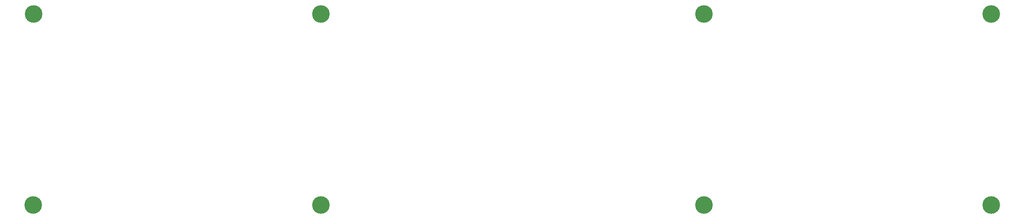
<source format=gbr>
G04 #@! TF.GenerationSoftware,KiCad,Pcbnew,(5.1.2-1)-1*
G04 #@! TF.CreationDate,2020-05-18T20:01:50-05:00*
G04 #@! TF.ProjectId,therick_bottom_plate,74686572-6963-46b5-9f62-6f74746f6d5f,rev?*
G04 #@! TF.SameCoordinates,Original*
G04 #@! TF.FileFunction,Copper,L1,Top*
G04 #@! TF.FilePolarity,Positive*
%FSLAX46Y46*%
G04 Gerber Fmt 4.6, Leading zero omitted, Abs format (unit mm)*
G04 Created by KiCad (PCBNEW (5.1.2-1)-1) date 2020-05-18 20:01:50*
%MOMM*%
%LPD*%
G04 APERTURE LIST*
%ADD10C,3.500000*%
G04 APERTURE END LIST*
D10*
X255587500Y-92075000D03*
X65087500Y-53975000D03*
X255587500Y-53975000D03*
X198437500Y-92075000D03*
X198437500Y-53975000D03*
X122237500Y-92075000D03*
X122237500Y-53975000D03*
X65036700Y-92075000D03*
M02*

</source>
